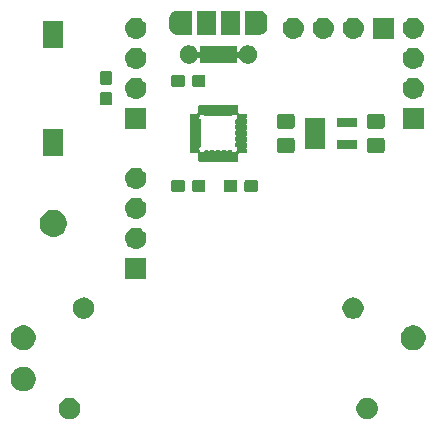
<source format=gbr>
G04 #@! TF.GenerationSoftware,KiCad,Pcbnew,5.1.2-f72e74a~84~ubuntu16.04.1*
G04 #@! TF.CreationDate,2019-07-14T12:51:28-04:00*
G04 #@! TF.ProjectId,radiance_controller,72616469-616e-4636-955f-636f6e74726f,rev?*
G04 #@! TF.SameCoordinates,Original*
G04 #@! TF.FileFunction,Soldermask,Bot*
G04 #@! TF.FilePolarity,Negative*
%FSLAX46Y46*%
G04 Gerber Fmt 4.6, Leading zero omitted, Abs format (unit mm)*
G04 Created by KiCad (PCBNEW 5.1.2-f72e74a~84~ubuntu16.04.1) date 2019-07-14 12:51:28*
%MOMM*%
%LPD*%
G04 APERTURE LIST*
%ADD10C,0.100000*%
G04 APERTURE END LIST*
D10*
G36*
X81293512Y-83998927D02*
G01*
X81442812Y-84028624D01*
X81606784Y-84096544D01*
X81754354Y-84195147D01*
X81879853Y-84320646D01*
X81978456Y-84468216D01*
X82046376Y-84632188D01*
X82081000Y-84806259D01*
X82081000Y-84983741D01*
X82046376Y-85157812D01*
X81978456Y-85321784D01*
X81879853Y-85469354D01*
X81754354Y-85594853D01*
X81606784Y-85693456D01*
X81442812Y-85761376D01*
X81293512Y-85791073D01*
X81268742Y-85796000D01*
X81091258Y-85796000D01*
X81066488Y-85791073D01*
X80917188Y-85761376D01*
X80753216Y-85693456D01*
X80605646Y-85594853D01*
X80480147Y-85469354D01*
X80381544Y-85321784D01*
X80313624Y-85157812D01*
X80279000Y-84983741D01*
X80279000Y-84806259D01*
X80313624Y-84632188D01*
X80381544Y-84468216D01*
X80480147Y-84320646D01*
X80605646Y-84195147D01*
X80753216Y-84096544D01*
X80917188Y-84028624D01*
X81066488Y-83998927D01*
X81091258Y-83994000D01*
X81268742Y-83994000D01*
X81293512Y-83998927D01*
X81293512Y-83998927D01*
G37*
G36*
X56093512Y-83998927D02*
G01*
X56242812Y-84028624D01*
X56406784Y-84096544D01*
X56554354Y-84195147D01*
X56679853Y-84320646D01*
X56778456Y-84468216D01*
X56846376Y-84632188D01*
X56881000Y-84806259D01*
X56881000Y-84983741D01*
X56846376Y-85157812D01*
X56778456Y-85321784D01*
X56679853Y-85469354D01*
X56554354Y-85594853D01*
X56406784Y-85693456D01*
X56242812Y-85761376D01*
X56093512Y-85791073D01*
X56068742Y-85796000D01*
X55891258Y-85796000D01*
X55866488Y-85791073D01*
X55717188Y-85761376D01*
X55553216Y-85693456D01*
X55405646Y-85594853D01*
X55280147Y-85469354D01*
X55181544Y-85321784D01*
X55113624Y-85157812D01*
X55079000Y-84983741D01*
X55079000Y-84806259D01*
X55113624Y-84632188D01*
X55181544Y-84468216D01*
X55280147Y-84320646D01*
X55405646Y-84195147D01*
X55553216Y-84096544D01*
X55717188Y-84028624D01*
X55866488Y-83998927D01*
X55891258Y-83994000D01*
X56068742Y-83994000D01*
X56093512Y-83998927D01*
X56093512Y-83998927D01*
G37*
G36*
X52386564Y-81384389D02*
G01*
X52577833Y-81463615D01*
X52577835Y-81463616D01*
X52749973Y-81578635D01*
X52896365Y-81725027D01*
X53011385Y-81897167D01*
X53090611Y-82088436D01*
X53131000Y-82291484D01*
X53131000Y-82498516D01*
X53090611Y-82701564D01*
X53011385Y-82892833D01*
X53011384Y-82892835D01*
X52896365Y-83064973D01*
X52749973Y-83211365D01*
X52577835Y-83326384D01*
X52577834Y-83326385D01*
X52577833Y-83326385D01*
X52386564Y-83405611D01*
X52183516Y-83446000D01*
X51976484Y-83446000D01*
X51773436Y-83405611D01*
X51582167Y-83326385D01*
X51582166Y-83326385D01*
X51582165Y-83326384D01*
X51410027Y-83211365D01*
X51263635Y-83064973D01*
X51148616Y-82892835D01*
X51148615Y-82892833D01*
X51069389Y-82701564D01*
X51029000Y-82498516D01*
X51029000Y-82291484D01*
X51069389Y-82088436D01*
X51148615Y-81897167D01*
X51263635Y-81725027D01*
X51410027Y-81578635D01*
X51582165Y-81463616D01*
X51582167Y-81463615D01*
X51773436Y-81384389D01*
X51976484Y-81344000D01*
X52183516Y-81344000D01*
X52386564Y-81384389D01*
X52386564Y-81384389D01*
G37*
G36*
X52386564Y-77884389D02*
G01*
X52577833Y-77963615D01*
X52577835Y-77963616D01*
X52749973Y-78078635D01*
X52896365Y-78225027D01*
X53011385Y-78397167D01*
X53090611Y-78588436D01*
X53131000Y-78791484D01*
X53131000Y-78998516D01*
X53090611Y-79201564D01*
X53011385Y-79392833D01*
X53011384Y-79392835D01*
X52896365Y-79564973D01*
X52749973Y-79711365D01*
X52577835Y-79826384D01*
X52577834Y-79826385D01*
X52577833Y-79826385D01*
X52386564Y-79905611D01*
X52183516Y-79946000D01*
X51976484Y-79946000D01*
X51773436Y-79905611D01*
X51582167Y-79826385D01*
X51582166Y-79826385D01*
X51582165Y-79826384D01*
X51410027Y-79711365D01*
X51263635Y-79564973D01*
X51148616Y-79392835D01*
X51148615Y-79392833D01*
X51069389Y-79201564D01*
X51029000Y-78998516D01*
X51029000Y-78791484D01*
X51069389Y-78588436D01*
X51148615Y-78397167D01*
X51263635Y-78225027D01*
X51410027Y-78078635D01*
X51582165Y-77963616D01*
X51582167Y-77963615D01*
X51773436Y-77884389D01*
X51976484Y-77844000D01*
X52183516Y-77844000D01*
X52386564Y-77884389D01*
X52386564Y-77884389D01*
G37*
G36*
X85386564Y-77884389D02*
G01*
X85577833Y-77963615D01*
X85577835Y-77963616D01*
X85749973Y-78078635D01*
X85896365Y-78225027D01*
X86011385Y-78397167D01*
X86090611Y-78588436D01*
X86131000Y-78791484D01*
X86131000Y-78998516D01*
X86090611Y-79201564D01*
X86011385Y-79392833D01*
X86011384Y-79392835D01*
X85896365Y-79564973D01*
X85749973Y-79711365D01*
X85577835Y-79826384D01*
X85577834Y-79826385D01*
X85577833Y-79826385D01*
X85386564Y-79905611D01*
X85183516Y-79946000D01*
X84976484Y-79946000D01*
X84773436Y-79905611D01*
X84582167Y-79826385D01*
X84582166Y-79826385D01*
X84582165Y-79826384D01*
X84410027Y-79711365D01*
X84263635Y-79564973D01*
X84148616Y-79392835D01*
X84148615Y-79392833D01*
X84069389Y-79201564D01*
X84029000Y-78998516D01*
X84029000Y-78791484D01*
X84069389Y-78588436D01*
X84148615Y-78397167D01*
X84263635Y-78225027D01*
X84410027Y-78078635D01*
X84582165Y-77963616D01*
X84582167Y-77963615D01*
X84773436Y-77884389D01*
X84976484Y-77844000D01*
X85183516Y-77844000D01*
X85386564Y-77884389D01*
X85386564Y-77884389D01*
G37*
G36*
X57293512Y-75498927D02*
G01*
X57442812Y-75528624D01*
X57606784Y-75596544D01*
X57754354Y-75695147D01*
X57879853Y-75820646D01*
X57978456Y-75968216D01*
X58046376Y-76132188D01*
X58081000Y-76306259D01*
X58081000Y-76483741D01*
X58046376Y-76657812D01*
X57978456Y-76821784D01*
X57879853Y-76969354D01*
X57754354Y-77094853D01*
X57606784Y-77193456D01*
X57442812Y-77261376D01*
X57293512Y-77291073D01*
X57268742Y-77296000D01*
X57091258Y-77296000D01*
X57066488Y-77291073D01*
X56917188Y-77261376D01*
X56753216Y-77193456D01*
X56605646Y-77094853D01*
X56480147Y-76969354D01*
X56381544Y-76821784D01*
X56313624Y-76657812D01*
X56279000Y-76483741D01*
X56279000Y-76306259D01*
X56313624Y-76132188D01*
X56381544Y-75968216D01*
X56480147Y-75820646D01*
X56605646Y-75695147D01*
X56753216Y-75596544D01*
X56917188Y-75528624D01*
X57066488Y-75498927D01*
X57091258Y-75494000D01*
X57268742Y-75494000D01*
X57293512Y-75498927D01*
X57293512Y-75498927D01*
G37*
G36*
X80093512Y-75498927D02*
G01*
X80242812Y-75528624D01*
X80406784Y-75596544D01*
X80554354Y-75695147D01*
X80679853Y-75820646D01*
X80778456Y-75968216D01*
X80846376Y-76132188D01*
X80881000Y-76306259D01*
X80881000Y-76483741D01*
X80846376Y-76657812D01*
X80778456Y-76821784D01*
X80679853Y-76969354D01*
X80554354Y-77094853D01*
X80406784Y-77193456D01*
X80242812Y-77261376D01*
X80093512Y-77291073D01*
X80068742Y-77296000D01*
X79891258Y-77296000D01*
X79866488Y-77291073D01*
X79717188Y-77261376D01*
X79553216Y-77193456D01*
X79405646Y-77094853D01*
X79280147Y-76969354D01*
X79181544Y-76821784D01*
X79113624Y-76657812D01*
X79079000Y-76483741D01*
X79079000Y-76306259D01*
X79113624Y-76132188D01*
X79181544Y-75968216D01*
X79280147Y-75820646D01*
X79405646Y-75695147D01*
X79553216Y-75596544D01*
X79717188Y-75528624D01*
X79866488Y-75498927D01*
X79891258Y-75494000D01*
X80068742Y-75494000D01*
X80093512Y-75498927D01*
X80093512Y-75498927D01*
G37*
G36*
X62496000Y-73926000D02*
G01*
X60694000Y-73926000D01*
X60694000Y-72124000D01*
X62496000Y-72124000D01*
X62496000Y-73926000D01*
X62496000Y-73926000D01*
G37*
G36*
X61705442Y-69590518D02*
G01*
X61771627Y-69597037D01*
X61941466Y-69648557D01*
X62097991Y-69732222D01*
X62132083Y-69760201D01*
X62235186Y-69844814D01*
X62318448Y-69946271D01*
X62347778Y-69982009D01*
X62431443Y-70138534D01*
X62482963Y-70308373D01*
X62500359Y-70485000D01*
X62482963Y-70661627D01*
X62431443Y-70831466D01*
X62347778Y-70987991D01*
X62318448Y-71023729D01*
X62235186Y-71125186D01*
X62133729Y-71208448D01*
X62097991Y-71237778D01*
X61941466Y-71321443D01*
X61771627Y-71372963D01*
X61705442Y-71379482D01*
X61639260Y-71386000D01*
X61550740Y-71386000D01*
X61484558Y-71379482D01*
X61418373Y-71372963D01*
X61248534Y-71321443D01*
X61092009Y-71237778D01*
X61056271Y-71208448D01*
X60954814Y-71125186D01*
X60871552Y-71023729D01*
X60842222Y-70987991D01*
X60758557Y-70831466D01*
X60707037Y-70661627D01*
X60689641Y-70485000D01*
X60707037Y-70308373D01*
X60758557Y-70138534D01*
X60842222Y-69982009D01*
X60871552Y-69946271D01*
X60954814Y-69844814D01*
X61057917Y-69760201D01*
X61092009Y-69732222D01*
X61248534Y-69648557D01*
X61418373Y-69597037D01*
X61484558Y-69590518D01*
X61550740Y-69584000D01*
X61639260Y-69584000D01*
X61705442Y-69590518D01*
X61705442Y-69590518D01*
G37*
G36*
X54834549Y-68086116D02*
G01*
X54945734Y-68108232D01*
X55155203Y-68194997D01*
X55343720Y-68320960D01*
X55504040Y-68481280D01*
X55630003Y-68669797D01*
X55716768Y-68879266D01*
X55761000Y-69101636D01*
X55761000Y-69328364D01*
X55716768Y-69550734D01*
X55630003Y-69760203D01*
X55504040Y-69948720D01*
X55343720Y-70109040D01*
X55155203Y-70235003D01*
X54945734Y-70321768D01*
X54834549Y-70343884D01*
X54723365Y-70366000D01*
X54496635Y-70366000D01*
X54385451Y-70343884D01*
X54274266Y-70321768D01*
X54064797Y-70235003D01*
X53876280Y-70109040D01*
X53715960Y-69948720D01*
X53589997Y-69760203D01*
X53503232Y-69550734D01*
X53459000Y-69328364D01*
X53459000Y-69101636D01*
X53503232Y-68879266D01*
X53589997Y-68669797D01*
X53715960Y-68481280D01*
X53876280Y-68320960D01*
X54064797Y-68194997D01*
X54274266Y-68108232D01*
X54385451Y-68086116D01*
X54496635Y-68064000D01*
X54723365Y-68064000D01*
X54834549Y-68086116D01*
X54834549Y-68086116D01*
G37*
G36*
X61705443Y-67050519D02*
G01*
X61771627Y-67057037D01*
X61941466Y-67108557D01*
X62097991Y-67192222D01*
X62133729Y-67221552D01*
X62235186Y-67304814D01*
X62318448Y-67406271D01*
X62347778Y-67442009D01*
X62431443Y-67598534D01*
X62482963Y-67768373D01*
X62500359Y-67945000D01*
X62482963Y-68121627D01*
X62431443Y-68291466D01*
X62347778Y-68447991D01*
X62320458Y-68481280D01*
X62235186Y-68585186D01*
X62133729Y-68668448D01*
X62097991Y-68697778D01*
X61941466Y-68781443D01*
X61771627Y-68832963D01*
X61705443Y-68839481D01*
X61639260Y-68846000D01*
X61550740Y-68846000D01*
X61484557Y-68839481D01*
X61418373Y-68832963D01*
X61248534Y-68781443D01*
X61092009Y-68697778D01*
X61056271Y-68668448D01*
X60954814Y-68585186D01*
X60869542Y-68481280D01*
X60842222Y-68447991D01*
X60758557Y-68291466D01*
X60707037Y-68121627D01*
X60689641Y-67945000D01*
X60707037Y-67768373D01*
X60758557Y-67598534D01*
X60842222Y-67442009D01*
X60871552Y-67406271D01*
X60954814Y-67304814D01*
X61056271Y-67221552D01*
X61092009Y-67192222D01*
X61248534Y-67108557D01*
X61418373Y-67057037D01*
X61484557Y-67050519D01*
X61550740Y-67044000D01*
X61639260Y-67044000D01*
X61705443Y-67050519D01*
X61705443Y-67050519D01*
G37*
G36*
X65579499Y-65518445D02*
G01*
X65616995Y-65529820D01*
X65651554Y-65548292D01*
X65681847Y-65573153D01*
X65706708Y-65603446D01*
X65725180Y-65638005D01*
X65736555Y-65675501D01*
X65741000Y-65720638D01*
X65741000Y-66359362D01*
X65736555Y-66404499D01*
X65725180Y-66441995D01*
X65706708Y-66476554D01*
X65681847Y-66506847D01*
X65651554Y-66531708D01*
X65616995Y-66550180D01*
X65579499Y-66561555D01*
X65534362Y-66566000D01*
X64795638Y-66566000D01*
X64750501Y-66561555D01*
X64713005Y-66550180D01*
X64678446Y-66531708D01*
X64648153Y-66506847D01*
X64623292Y-66476554D01*
X64604820Y-66441995D01*
X64593445Y-66404499D01*
X64589000Y-66359362D01*
X64589000Y-65720638D01*
X64593445Y-65675501D01*
X64604820Y-65638005D01*
X64623292Y-65603446D01*
X64648153Y-65573153D01*
X64678446Y-65548292D01*
X64713005Y-65529820D01*
X64750501Y-65518445D01*
X64795638Y-65514000D01*
X65534362Y-65514000D01*
X65579499Y-65518445D01*
X65579499Y-65518445D01*
G37*
G36*
X70024499Y-65518445D02*
G01*
X70061995Y-65529820D01*
X70096554Y-65548292D01*
X70126847Y-65573153D01*
X70151708Y-65603446D01*
X70170180Y-65638005D01*
X70181555Y-65675501D01*
X70186000Y-65720638D01*
X70186000Y-66359362D01*
X70181555Y-66404499D01*
X70170180Y-66441995D01*
X70151708Y-66476554D01*
X70126847Y-66506847D01*
X70096554Y-66531708D01*
X70061995Y-66550180D01*
X70024499Y-66561555D01*
X69979362Y-66566000D01*
X69240638Y-66566000D01*
X69195501Y-66561555D01*
X69158005Y-66550180D01*
X69123446Y-66531708D01*
X69093153Y-66506847D01*
X69068292Y-66476554D01*
X69049820Y-66441995D01*
X69038445Y-66404499D01*
X69034000Y-66359362D01*
X69034000Y-65720638D01*
X69038445Y-65675501D01*
X69049820Y-65638005D01*
X69068292Y-65603446D01*
X69093153Y-65573153D01*
X69123446Y-65548292D01*
X69158005Y-65529820D01*
X69195501Y-65518445D01*
X69240638Y-65514000D01*
X69979362Y-65514000D01*
X70024499Y-65518445D01*
X70024499Y-65518445D01*
G37*
G36*
X71774499Y-65518445D02*
G01*
X71811995Y-65529820D01*
X71846554Y-65548292D01*
X71876847Y-65573153D01*
X71901708Y-65603446D01*
X71920180Y-65638005D01*
X71931555Y-65675501D01*
X71936000Y-65720638D01*
X71936000Y-66359362D01*
X71931555Y-66404499D01*
X71920180Y-66441995D01*
X71901708Y-66476554D01*
X71876847Y-66506847D01*
X71846554Y-66531708D01*
X71811995Y-66550180D01*
X71774499Y-66561555D01*
X71729362Y-66566000D01*
X70990638Y-66566000D01*
X70945501Y-66561555D01*
X70908005Y-66550180D01*
X70873446Y-66531708D01*
X70843153Y-66506847D01*
X70818292Y-66476554D01*
X70799820Y-66441995D01*
X70788445Y-66404499D01*
X70784000Y-66359362D01*
X70784000Y-65720638D01*
X70788445Y-65675501D01*
X70799820Y-65638005D01*
X70818292Y-65603446D01*
X70843153Y-65573153D01*
X70873446Y-65548292D01*
X70908005Y-65529820D01*
X70945501Y-65518445D01*
X70990638Y-65514000D01*
X71729362Y-65514000D01*
X71774499Y-65518445D01*
X71774499Y-65518445D01*
G37*
G36*
X67329499Y-65518445D02*
G01*
X67366995Y-65529820D01*
X67401554Y-65548292D01*
X67431847Y-65573153D01*
X67456708Y-65603446D01*
X67475180Y-65638005D01*
X67486555Y-65675501D01*
X67491000Y-65720638D01*
X67491000Y-66359362D01*
X67486555Y-66404499D01*
X67475180Y-66441995D01*
X67456708Y-66476554D01*
X67431847Y-66506847D01*
X67401554Y-66531708D01*
X67366995Y-66550180D01*
X67329499Y-66561555D01*
X67284362Y-66566000D01*
X66545638Y-66566000D01*
X66500501Y-66561555D01*
X66463005Y-66550180D01*
X66428446Y-66531708D01*
X66398153Y-66506847D01*
X66373292Y-66476554D01*
X66354820Y-66441995D01*
X66343445Y-66404499D01*
X66339000Y-66359362D01*
X66339000Y-65720638D01*
X66343445Y-65675501D01*
X66354820Y-65638005D01*
X66373292Y-65603446D01*
X66398153Y-65573153D01*
X66428446Y-65548292D01*
X66463005Y-65529820D01*
X66500501Y-65518445D01*
X66545638Y-65514000D01*
X67284362Y-65514000D01*
X67329499Y-65518445D01*
X67329499Y-65518445D01*
G37*
G36*
X61705442Y-64510518D02*
G01*
X61771627Y-64517037D01*
X61941466Y-64568557D01*
X62097991Y-64652222D01*
X62133729Y-64681552D01*
X62235186Y-64764814D01*
X62318448Y-64866271D01*
X62347778Y-64902009D01*
X62431443Y-65058534D01*
X62482963Y-65228373D01*
X62500359Y-65405000D01*
X62482963Y-65581627D01*
X62431443Y-65751466D01*
X62347778Y-65907991D01*
X62318448Y-65943729D01*
X62235186Y-66045186D01*
X62133729Y-66128448D01*
X62097991Y-66157778D01*
X61941466Y-66241443D01*
X61771627Y-66292963D01*
X61705443Y-66299481D01*
X61639260Y-66306000D01*
X61550740Y-66306000D01*
X61484557Y-66299481D01*
X61418373Y-66292963D01*
X61248534Y-66241443D01*
X61092009Y-66157778D01*
X61056271Y-66128448D01*
X60954814Y-66045186D01*
X60871552Y-65943729D01*
X60842222Y-65907991D01*
X60758557Y-65751466D01*
X60707037Y-65581627D01*
X60689641Y-65405000D01*
X60707037Y-65228373D01*
X60758557Y-65058534D01*
X60842222Y-64902009D01*
X60871552Y-64866271D01*
X60954814Y-64764814D01*
X61056271Y-64681552D01*
X61092009Y-64652222D01*
X61248534Y-64568557D01*
X61418373Y-64517037D01*
X61484558Y-64510518D01*
X61550740Y-64504000D01*
X61639260Y-64504000D01*
X61705442Y-64510518D01*
X61705442Y-64510518D01*
G37*
G36*
X67167880Y-59168686D02*
G01*
X67187994Y-59172686D01*
X67192085Y-59174381D01*
X67192093Y-59174383D01*
X67201381Y-59178230D01*
X67201390Y-59178235D01*
X67205480Y-59179929D01*
X67221192Y-59190427D01*
X67222316Y-59191551D01*
X67241258Y-59207096D01*
X67262869Y-59218647D01*
X67286318Y-59225760D01*
X67310704Y-59228162D01*
X67335090Y-59225760D01*
X67358539Y-59218647D01*
X67380150Y-59207096D01*
X67399092Y-59191551D01*
X67407331Y-59182460D01*
X67411897Y-59176896D01*
X67415669Y-59173800D01*
X67419971Y-59171501D01*
X67424645Y-59170083D01*
X67435641Y-59169000D01*
X67724359Y-59169000D01*
X67735355Y-59170083D01*
X67740029Y-59171501D01*
X67744330Y-59173800D01*
X67750702Y-59179029D01*
X67771076Y-59192643D01*
X67793715Y-59202020D01*
X67817749Y-59206800D01*
X67842253Y-59206800D01*
X67866286Y-59202019D01*
X67888925Y-59192642D01*
X67909298Y-59179029D01*
X67915670Y-59173800D01*
X67919971Y-59171501D01*
X67924645Y-59170083D01*
X67935641Y-59169000D01*
X68224359Y-59169000D01*
X68235355Y-59170083D01*
X68240029Y-59171501D01*
X68244330Y-59173800D01*
X68250702Y-59179029D01*
X68271076Y-59192643D01*
X68293715Y-59202020D01*
X68317749Y-59206800D01*
X68342253Y-59206800D01*
X68366286Y-59202019D01*
X68388925Y-59192642D01*
X68409298Y-59179029D01*
X68415670Y-59173800D01*
X68419971Y-59171501D01*
X68424645Y-59170083D01*
X68435641Y-59169000D01*
X68724359Y-59169000D01*
X68735355Y-59170083D01*
X68740029Y-59171501D01*
X68744330Y-59173800D01*
X68750702Y-59179029D01*
X68771076Y-59192643D01*
X68793715Y-59202020D01*
X68817749Y-59206800D01*
X68842253Y-59206800D01*
X68866286Y-59202019D01*
X68888925Y-59192642D01*
X68909298Y-59179029D01*
X68915670Y-59173800D01*
X68919971Y-59171501D01*
X68924645Y-59170083D01*
X68935641Y-59169000D01*
X69224359Y-59169000D01*
X69235355Y-59170083D01*
X69240029Y-59171501D01*
X69244330Y-59173800D01*
X69250702Y-59179029D01*
X69271076Y-59192643D01*
X69293715Y-59202020D01*
X69317749Y-59206800D01*
X69342253Y-59206800D01*
X69366286Y-59202019D01*
X69388925Y-59192642D01*
X69409298Y-59179029D01*
X69415670Y-59173800D01*
X69419971Y-59171501D01*
X69424645Y-59170083D01*
X69435641Y-59169000D01*
X69724359Y-59169000D01*
X69735355Y-59170083D01*
X69740029Y-59171501D01*
X69744331Y-59173800D01*
X69748103Y-59176896D01*
X69752669Y-59182460D01*
X69769996Y-59199787D01*
X69790370Y-59213401D01*
X69813008Y-59222779D01*
X69837042Y-59227560D01*
X69861546Y-59227560D01*
X69885579Y-59222780D01*
X69908218Y-59213403D01*
X69928593Y-59199790D01*
X69937684Y-59191551D01*
X69938808Y-59190427D01*
X69954520Y-59179929D01*
X69958610Y-59178235D01*
X69958619Y-59178230D01*
X69967907Y-59174383D01*
X69967915Y-59174381D01*
X69972006Y-59172686D01*
X69992120Y-59168686D01*
X70003061Y-59168148D01*
X70156939Y-59168148D01*
X70167880Y-59168686D01*
X70187994Y-59172686D01*
X70192085Y-59174381D01*
X70192093Y-59174383D01*
X70201381Y-59178230D01*
X70201390Y-59178235D01*
X70205480Y-59179929D01*
X70221192Y-59190427D01*
X70234573Y-59203808D01*
X70245071Y-59219520D01*
X70246765Y-59223610D01*
X70246770Y-59223619D01*
X70250617Y-59232907D01*
X70250619Y-59232915D01*
X70252314Y-59237006D01*
X70256314Y-59257120D01*
X70256852Y-59268061D01*
X70256852Y-59793149D01*
X70259254Y-59817535D01*
X70266367Y-59840984D01*
X70277918Y-59862595D01*
X70293463Y-59881537D01*
X70312405Y-59897082D01*
X70334016Y-59908633D01*
X70357465Y-59915746D01*
X70381851Y-59918148D01*
X70906939Y-59918148D01*
X70917880Y-59918686D01*
X70937994Y-59922686D01*
X70942085Y-59924381D01*
X70942093Y-59924383D01*
X70951381Y-59928230D01*
X70951390Y-59928235D01*
X70955480Y-59929929D01*
X70971192Y-59940427D01*
X70984573Y-59953808D01*
X70995071Y-59969520D01*
X70996765Y-59973610D01*
X70996770Y-59973619D01*
X71000617Y-59982907D01*
X71000619Y-59982915D01*
X71002314Y-59987006D01*
X71006314Y-60007120D01*
X71006852Y-60018061D01*
X71006852Y-60171939D01*
X71006314Y-60182880D01*
X71002314Y-60202994D01*
X71000619Y-60207085D01*
X71000617Y-60207093D01*
X70996770Y-60216381D01*
X70996765Y-60216390D01*
X70995071Y-60220480D01*
X70984573Y-60236192D01*
X70983449Y-60237316D01*
X70967904Y-60256258D01*
X70956353Y-60277869D01*
X70949240Y-60301318D01*
X70946838Y-60325704D01*
X70949240Y-60350090D01*
X70956353Y-60373539D01*
X70967904Y-60395150D01*
X70983449Y-60414092D01*
X70992540Y-60422331D01*
X70998104Y-60426897D01*
X71001200Y-60430669D01*
X71003499Y-60434971D01*
X71004917Y-60439645D01*
X71006000Y-60450641D01*
X71006000Y-60739359D01*
X71004917Y-60750355D01*
X71003499Y-60755029D01*
X71001200Y-60759330D01*
X70995971Y-60765702D01*
X70982357Y-60786076D01*
X70972980Y-60808715D01*
X70968200Y-60832749D01*
X70968200Y-60857253D01*
X70972981Y-60881286D01*
X70982358Y-60903925D01*
X70995971Y-60924298D01*
X71001200Y-60930670D01*
X71003499Y-60934971D01*
X71004917Y-60939645D01*
X71006000Y-60950641D01*
X71006000Y-61239359D01*
X71004917Y-61250355D01*
X71003499Y-61255029D01*
X71001200Y-61259330D01*
X70995971Y-61265702D01*
X70982357Y-61286076D01*
X70972980Y-61308715D01*
X70968200Y-61332749D01*
X70968200Y-61357253D01*
X70972981Y-61381286D01*
X70982358Y-61403925D01*
X70995971Y-61424298D01*
X71001200Y-61430670D01*
X71003499Y-61434971D01*
X71004917Y-61439645D01*
X71006000Y-61450641D01*
X71006000Y-61739359D01*
X71004917Y-61750355D01*
X71003499Y-61755029D01*
X71001200Y-61759330D01*
X70995971Y-61765702D01*
X70982357Y-61786076D01*
X70972980Y-61808715D01*
X70968200Y-61832749D01*
X70968200Y-61857253D01*
X70972981Y-61881286D01*
X70982358Y-61903925D01*
X70995971Y-61924298D01*
X71001200Y-61930670D01*
X71003499Y-61934971D01*
X71004917Y-61939645D01*
X71006000Y-61950641D01*
X71006000Y-62239359D01*
X71004917Y-62250355D01*
X71003499Y-62255029D01*
X71001200Y-62259330D01*
X70995971Y-62265702D01*
X70982357Y-62286076D01*
X70972980Y-62308715D01*
X70968200Y-62332749D01*
X70968200Y-62357253D01*
X70972981Y-62381286D01*
X70982358Y-62403925D01*
X70995971Y-62424298D01*
X71001200Y-62430670D01*
X71003499Y-62434971D01*
X71004917Y-62439645D01*
X71006000Y-62450641D01*
X71006000Y-62739359D01*
X71004917Y-62750355D01*
X71003499Y-62755029D01*
X71001200Y-62759331D01*
X70998104Y-62763103D01*
X70992540Y-62767669D01*
X70975213Y-62784996D01*
X70961599Y-62805370D01*
X70952221Y-62828008D01*
X70947440Y-62852042D01*
X70947440Y-62876546D01*
X70952220Y-62900579D01*
X70961597Y-62923218D01*
X70975210Y-62943593D01*
X70983449Y-62952684D01*
X70984573Y-62953808D01*
X70995071Y-62969520D01*
X70996765Y-62973610D01*
X70996770Y-62973619D01*
X71000617Y-62982907D01*
X71000619Y-62982915D01*
X71002314Y-62987006D01*
X71006314Y-63007120D01*
X71006852Y-63018061D01*
X71006852Y-63171939D01*
X71006314Y-63182880D01*
X71002314Y-63202994D01*
X71000619Y-63207085D01*
X71000617Y-63207093D01*
X70996770Y-63216381D01*
X70996765Y-63216390D01*
X70995071Y-63220480D01*
X70984573Y-63236192D01*
X70971192Y-63249573D01*
X70955480Y-63260071D01*
X70951390Y-63261765D01*
X70951381Y-63261770D01*
X70942093Y-63265617D01*
X70942085Y-63265619D01*
X70937994Y-63267314D01*
X70917880Y-63271314D01*
X70906939Y-63271852D01*
X70381851Y-63271852D01*
X70357465Y-63274254D01*
X70334016Y-63281367D01*
X70312405Y-63292918D01*
X70293463Y-63308463D01*
X70277918Y-63327405D01*
X70266367Y-63349016D01*
X70259254Y-63372465D01*
X70256852Y-63396851D01*
X70256852Y-63921939D01*
X70256314Y-63932880D01*
X70252314Y-63952994D01*
X70250619Y-63957085D01*
X70250617Y-63957093D01*
X70246770Y-63966381D01*
X70246765Y-63966390D01*
X70245071Y-63970480D01*
X70234573Y-63986192D01*
X70221192Y-63999573D01*
X70205480Y-64010071D01*
X70201390Y-64011765D01*
X70201381Y-64011770D01*
X70192093Y-64015617D01*
X70192085Y-64015619D01*
X70187994Y-64017314D01*
X70167880Y-64021314D01*
X70156939Y-64021852D01*
X70003061Y-64021852D01*
X69992120Y-64021314D01*
X69972006Y-64017314D01*
X69967915Y-64015619D01*
X69967907Y-64015617D01*
X69958619Y-64011770D01*
X69958610Y-64011765D01*
X69954520Y-64010071D01*
X69938808Y-63999573D01*
X69937684Y-63998449D01*
X69918742Y-63982904D01*
X69897131Y-63971353D01*
X69873682Y-63964240D01*
X69849296Y-63961838D01*
X69824910Y-63964240D01*
X69801461Y-63971353D01*
X69779850Y-63982904D01*
X69760908Y-63998449D01*
X69752669Y-64007540D01*
X69748103Y-64013104D01*
X69744331Y-64016200D01*
X69740029Y-64018499D01*
X69735355Y-64019917D01*
X69724359Y-64021000D01*
X69435641Y-64021000D01*
X69424645Y-64019917D01*
X69419971Y-64018499D01*
X69415670Y-64016200D01*
X69409298Y-64010971D01*
X69388924Y-63997357D01*
X69366285Y-63987980D01*
X69342251Y-63983200D01*
X69317747Y-63983200D01*
X69293714Y-63987981D01*
X69271075Y-63997358D01*
X69250702Y-64010971D01*
X69244330Y-64016200D01*
X69240029Y-64018499D01*
X69235355Y-64019917D01*
X69224359Y-64021000D01*
X68935641Y-64021000D01*
X68924645Y-64019917D01*
X68919971Y-64018499D01*
X68915670Y-64016200D01*
X68909298Y-64010971D01*
X68888924Y-63997357D01*
X68866285Y-63987980D01*
X68842251Y-63983200D01*
X68817747Y-63983200D01*
X68793714Y-63987981D01*
X68771075Y-63997358D01*
X68750702Y-64010971D01*
X68744330Y-64016200D01*
X68740029Y-64018499D01*
X68735355Y-64019917D01*
X68724359Y-64021000D01*
X68435641Y-64021000D01*
X68424645Y-64019917D01*
X68419971Y-64018499D01*
X68415670Y-64016200D01*
X68409298Y-64010971D01*
X68388924Y-63997357D01*
X68366285Y-63987980D01*
X68342251Y-63983200D01*
X68317747Y-63983200D01*
X68293714Y-63987981D01*
X68271075Y-63997358D01*
X68250702Y-64010971D01*
X68244330Y-64016200D01*
X68240029Y-64018499D01*
X68235355Y-64019917D01*
X68224359Y-64021000D01*
X67935641Y-64021000D01*
X67924645Y-64019917D01*
X67919971Y-64018499D01*
X67915670Y-64016200D01*
X67909298Y-64010971D01*
X67888924Y-63997357D01*
X67866285Y-63987980D01*
X67842251Y-63983200D01*
X67817747Y-63983200D01*
X67793714Y-63987981D01*
X67771075Y-63997358D01*
X67750702Y-64010971D01*
X67744330Y-64016200D01*
X67740029Y-64018499D01*
X67735355Y-64019917D01*
X67724359Y-64021000D01*
X67435641Y-64021000D01*
X67424645Y-64019917D01*
X67419971Y-64018499D01*
X67415669Y-64016200D01*
X67411897Y-64013104D01*
X67407331Y-64007540D01*
X67390004Y-63990213D01*
X67369630Y-63976599D01*
X67346992Y-63967221D01*
X67322958Y-63962440D01*
X67298454Y-63962440D01*
X67274421Y-63967220D01*
X67251782Y-63976597D01*
X67231407Y-63990210D01*
X67222316Y-63998449D01*
X67221192Y-63999573D01*
X67205480Y-64010071D01*
X67201390Y-64011765D01*
X67201381Y-64011770D01*
X67192093Y-64015617D01*
X67192085Y-64015619D01*
X67187994Y-64017314D01*
X67167880Y-64021314D01*
X67156939Y-64021852D01*
X67003061Y-64021852D01*
X66992120Y-64021314D01*
X66972006Y-64017314D01*
X66967915Y-64015619D01*
X66967907Y-64015617D01*
X66958619Y-64011770D01*
X66958610Y-64011765D01*
X66954520Y-64010071D01*
X66938808Y-63999573D01*
X66925427Y-63986192D01*
X66914929Y-63970480D01*
X66913235Y-63966390D01*
X66913230Y-63966381D01*
X66909383Y-63957093D01*
X66909381Y-63957085D01*
X66907686Y-63952994D01*
X66903686Y-63932880D01*
X66903148Y-63921939D01*
X66903148Y-63396851D01*
X66900746Y-63372465D01*
X66893633Y-63349016D01*
X66882082Y-63327405D01*
X66866537Y-63308463D01*
X66847595Y-63292918D01*
X66825984Y-63281367D01*
X66802535Y-63274254D01*
X66778149Y-63271852D01*
X66253061Y-63271852D01*
X66242120Y-63271314D01*
X66222006Y-63267314D01*
X66217915Y-63265619D01*
X66217907Y-63265617D01*
X66208619Y-63261770D01*
X66208610Y-63261765D01*
X66204520Y-63260071D01*
X66188808Y-63249573D01*
X66175427Y-63236192D01*
X66164929Y-63220480D01*
X66163235Y-63216390D01*
X66163230Y-63216381D01*
X66159383Y-63207093D01*
X66159381Y-63207085D01*
X66157686Y-63202994D01*
X66153686Y-63182880D01*
X66153148Y-63171939D01*
X66153148Y-63018061D01*
X66153686Y-63007120D01*
X66157686Y-62987006D01*
X66159381Y-62982915D01*
X66159383Y-62982907D01*
X66163230Y-62973619D01*
X66163235Y-62973610D01*
X66164929Y-62969520D01*
X66175427Y-62953808D01*
X66176551Y-62952684D01*
X66192096Y-62933742D01*
X66203647Y-62912131D01*
X66210760Y-62888682D01*
X66213162Y-62864296D01*
X66210760Y-62839910D01*
X66203647Y-62816461D01*
X66192096Y-62794850D01*
X66176551Y-62775908D01*
X66167460Y-62767669D01*
X66161896Y-62763103D01*
X66158800Y-62759331D01*
X66156501Y-62755029D01*
X66155083Y-62750355D01*
X66154000Y-62739359D01*
X66154000Y-62450641D01*
X66155083Y-62439645D01*
X66156501Y-62434971D01*
X66158800Y-62430670D01*
X66164029Y-62424298D01*
X66177643Y-62403924D01*
X66187020Y-62381285D01*
X66191800Y-62357251D01*
X66191800Y-62332747D01*
X66187019Y-62308714D01*
X66177642Y-62286075D01*
X66164029Y-62265702D01*
X66158800Y-62259330D01*
X66156501Y-62255029D01*
X66155083Y-62250355D01*
X66154000Y-62239359D01*
X66154000Y-61950641D01*
X66155083Y-61939645D01*
X66156501Y-61934971D01*
X66158800Y-61930670D01*
X66164029Y-61924298D01*
X66177643Y-61903924D01*
X66187020Y-61881285D01*
X66191800Y-61857251D01*
X66191800Y-61832747D01*
X66187019Y-61808714D01*
X66177642Y-61786075D01*
X66164029Y-61765702D01*
X66158800Y-61759330D01*
X66156501Y-61755029D01*
X66155083Y-61750355D01*
X66154000Y-61739359D01*
X66154000Y-61450641D01*
X66155083Y-61439645D01*
X66156501Y-61434971D01*
X66158800Y-61430670D01*
X66164029Y-61424298D01*
X66177643Y-61403924D01*
X66187020Y-61381285D01*
X66191800Y-61357251D01*
X66191800Y-61332747D01*
X66187019Y-61308714D01*
X66177642Y-61286075D01*
X66164029Y-61265702D01*
X66158800Y-61259330D01*
X66156501Y-61255029D01*
X66155083Y-61250355D01*
X66154000Y-61239359D01*
X66154000Y-60950641D01*
X66155083Y-60939645D01*
X66156501Y-60934971D01*
X66158800Y-60930670D01*
X66164029Y-60924298D01*
X66177643Y-60903924D01*
X66187020Y-60881285D01*
X66191800Y-60857251D01*
X66191800Y-60832747D01*
X66187019Y-60808714D01*
X66177642Y-60786075D01*
X66164029Y-60765702D01*
X66158800Y-60759330D01*
X66156501Y-60755029D01*
X66155083Y-60750355D01*
X66154000Y-60739359D01*
X66154000Y-60450641D01*
X66155083Y-60439645D01*
X66156501Y-60434971D01*
X66158800Y-60430669D01*
X66161896Y-60426897D01*
X66167460Y-60422331D01*
X66184787Y-60405004D01*
X66198401Y-60384630D01*
X66207779Y-60361992D01*
X66212560Y-60337958D01*
X66212560Y-60313454D01*
X66208692Y-60294004D01*
X66976282Y-60294004D01*
X66978684Y-60318390D01*
X66985798Y-60341839D01*
X66997350Y-60363449D01*
X67012896Y-60382391D01*
X67031838Y-60397936D01*
X67053449Y-60409486D01*
X67076898Y-60416599D01*
X67093265Y-60418211D01*
X67093247Y-60418398D01*
X67110355Y-60420083D01*
X67115029Y-60421501D01*
X67119331Y-60423800D01*
X67123104Y-60426896D01*
X67126200Y-60430669D01*
X67128499Y-60434971D01*
X67129917Y-60439645D01*
X67131000Y-60450641D01*
X67131000Y-60739359D01*
X67129917Y-60750355D01*
X67128499Y-60755029D01*
X67126200Y-60759330D01*
X67120971Y-60765702D01*
X67107357Y-60786076D01*
X67097980Y-60808715D01*
X67093200Y-60832749D01*
X67093200Y-60857253D01*
X67097981Y-60881286D01*
X67107358Y-60903925D01*
X67120971Y-60924298D01*
X67126200Y-60930670D01*
X67128499Y-60934971D01*
X67129917Y-60939645D01*
X67131000Y-60950641D01*
X67131000Y-61239359D01*
X67129917Y-61250355D01*
X67128499Y-61255029D01*
X67126200Y-61259330D01*
X67120971Y-61265702D01*
X67107357Y-61286076D01*
X67097980Y-61308715D01*
X67093200Y-61332749D01*
X67093200Y-61357253D01*
X67097981Y-61381286D01*
X67107358Y-61403925D01*
X67120971Y-61424298D01*
X67126200Y-61430670D01*
X67128499Y-61434971D01*
X67129917Y-61439645D01*
X67131000Y-61450641D01*
X67131000Y-61739359D01*
X67129917Y-61750355D01*
X67128499Y-61755029D01*
X67126200Y-61759330D01*
X67120971Y-61765702D01*
X67107357Y-61786076D01*
X67097980Y-61808715D01*
X67093200Y-61832749D01*
X67093200Y-61857253D01*
X67097981Y-61881286D01*
X67107358Y-61903925D01*
X67120971Y-61924298D01*
X67126200Y-61930670D01*
X67128499Y-61934971D01*
X67129917Y-61939645D01*
X67131000Y-61950641D01*
X67131000Y-62239359D01*
X67129917Y-62250355D01*
X67128499Y-62255029D01*
X67126200Y-62259330D01*
X67120971Y-62265702D01*
X67107357Y-62286076D01*
X67097980Y-62308715D01*
X67093200Y-62332749D01*
X67093200Y-62357253D01*
X67097981Y-62381286D01*
X67107358Y-62403925D01*
X67120971Y-62424298D01*
X67126200Y-62430670D01*
X67128499Y-62434971D01*
X67129917Y-62439645D01*
X67131000Y-62450641D01*
X67131000Y-62739359D01*
X67129917Y-62750355D01*
X67128499Y-62755029D01*
X67126200Y-62759331D01*
X67123104Y-62763104D01*
X67119331Y-62766200D01*
X67115029Y-62768499D01*
X67110355Y-62769917D01*
X67093247Y-62771602D01*
X67093265Y-62771790D01*
X67076895Y-62773402D01*
X67053446Y-62780515D01*
X67031835Y-62792066D01*
X67012893Y-62807611D01*
X66997348Y-62826553D01*
X66985797Y-62848164D01*
X66978684Y-62871613D01*
X66976282Y-62895999D01*
X66978684Y-62920385D01*
X66985797Y-62943834D01*
X66997346Y-62965442D01*
X67000072Y-62969522D01*
X67001766Y-62973611D01*
X67001770Y-62973619D01*
X67005617Y-62982907D01*
X67005619Y-62982915D01*
X67007314Y-62987006D01*
X67011314Y-63007120D01*
X67011852Y-63018061D01*
X67011852Y-63038149D01*
X67014254Y-63062535D01*
X67021367Y-63085984D01*
X67032918Y-63107595D01*
X67048463Y-63126537D01*
X67067405Y-63142082D01*
X67089016Y-63153633D01*
X67112465Y-63160746D01*
X67136851Y-63163148D01*
X67156939Y-63163148D01*
X67167880Y-63163686D01*
X67187994Y-63167686D01*
X67192085Y-63169381D01*
X67192093Y-63169383D01*
X67201381Y-63173230D01*
X67201389Y-63173234D01*
X67205478Y-63174928D01*
X67209558Y-63177654D01*
X67231169Y-63189204D01*
X67254618Y-63196317D01*
X67279004Y-63198718D01*
X67303390Y-63196316D01*
X67326839Y-63189202D01*
X67348449Y-63177650D01*
X67367391Y-63162104D01*
X67382936Y-63143162D01*
X67394486Y-63121551D01*
X67401599Y-63098102D01*
X67403211Y-63081735D01*
X67403398Y-63081753D01*
X67405083Y-63064645D01*
X67406501Y-63059971D01*
X67408800Y-63055669D01*
X67411896Y-63051896D01*
X67415669Y-63048800D01*
X67419971Y-63046501D01*
X67424645Y-63045083D01*
X67435641Y-63044000D01*
X67724359Y-63044000D01*
X67735355Y-63045083D01*
X67740029Y-63046501D01*
X67744330Y-63048800D01*
X67750702Y-63054029D01*
X67771076Y-63067643D01*
X67793715Y-63077020D01*
X67817749Y-63081800D01*
X67842253Y-63081800D01*
X67866286Y-63077019D01*
X67888925Y-63067642D01*
X67909298Y-63054029D01*
X67915670Y-63048800D01*
X67919971Y-63046501D01*
X67924645Y-63045083D01*
X67935641Y-63044000D01*
X68224359Y-63044000D01*
X68235355Y-63045083D01*
X68240029Y-63046501D01*
X68244330Y-63048800D01*
X68250702Y-63054029D01*
X68271076Y-63067643D01*
X68293715Y-63077020D01*
X68317749Y-63081800D01*
X68342253Y-63081800D01*
X68366286Y-63077019D01*
X68388925Y-63067642D01*
X68409298Y-63054029D01*
X68415670Y-63048800D01*
X68419971Y-63046501D01*
X68424645Y-63045083D01*
X68435641Y-63044000D01*
X68724359Y-63044000D01*
X68735355Y-63045083D01*
X68740029Y-63046501D01*
X68744330Y-63048800D01*
X68750702Y-63054029D01*
X68771076Y-63067643D01*
X68793715Y-63077020D01*
X68817749Y-63081800D01*
X68842253Y-63081800D01*
X68866286Y-63077019D01*
X68888925Y-63067642D01*
X68909298Y-63054029D01*
X68915670Y-63048800D01*
X68919971Y-63046501D01*
X68924645Y-63045083D01*
X68935641Y-63044000D01*
X69224359Y-63044000D01*
X69235355Y-63045083D01*
X69240029Y-63046501D01*
X69244330Y-63048800D01*
X69250702Y-63054029D01*
X69271076Y-63067643D01*
X69293715Y-63077020D01*
X69317749Y-63081800D01*
X69342253Y-63081800D01*
X69366286Y-63077019D01*
X69388925Y-63067642D01*
X69409298Y-63054029D01*
X69415670Y-63048800D01*
X69419971Y-63046501D01*
X69424645Y-63045083D01*
X69435641Y-63044000D01*
X69724359Y-63044000D01*
X69735355Y-63045083D01*
X69740029Y-63046501D01*
X69744331Y-63048800D01*
X69748104Y-63051896D01*
X69751200Y-63055669D01*
X69753499Y-63059971D01*
X69754917Y-63064645D01*
X69756602Y-63081753D01*
X69756790Y-63081735D01*
X69758402Y-63098105D01*
X69765515Y-63121554D01*
X69777066Y-63143165D01*
X69792611Y-63162107D01*
X69811553Y-63177652D01*
X69833164Y-63189203D01*
X69856613Y-63196316D01*
X69880999Y-63198718D01*
X69905385Y-63196316D01*
X69928834Y-63189203D01*
X69950442Y-63177654D01*
X69954522Y-63174928D01*
X69958611Y-63173234D01*
X69958619Y-63173230D01*
X69967907Y-63169383D01*
X69967915Y-63169381D01*
X69972006Y-63167686D01*
X69992120Y-63163686D01*
X70003061Y-63163148D01*
X70023149Y-63163148D01*
X70047535Y-63160746D01*
X70070984Y-63153633D01*
X70092595Y-63142082D01*
X70111537Y-63126537D01*
X70127082Y-63107595D01*
X70138633Y-63085984D01*
X70145746Y-63062535D01*
X70148148Y-63038149D01*
X70148148Y-63018061D01*
X70148686Y-63007120D01*
X70152686Y-62987006D01*
X70154381Y-62982915D01*
X70154383Y-62982907D01*
X70158230Y-62973619D01*
X70158234Y-62973611D01*
X70159928Y-62969522D01*
X70162654Y-62965442D01*
X70174204Y-62943831D01*
X70181317Y-62920382D01*
X70183718Y-62895996D01*
X70181316Y-62871610D01*
X70174202Y-62848161D01*
X70162650Y-62826551D01*
X70147104Y-62807609D01*
X70128162Y-62792064D01*
X70106551Y-62780514D01*
X70083102Y-62773401D01*
X70066735Y-62771789D01*
X70066753Y-62771602D01*
X70049645Y-62769917D01*
X70044971Y-62768499D01*
X70040669Y-62766200D01*
X70036896Y-62763104D01*
X70033800Y-62759331D01*
X70031501Y-62755029D01*
X70030083Y-62750355D01*
X70029000Y-62739359D01*
X70029000Y-62450641D01*
X70030083Y-62439645D01*
X70031501Y-62434971D01*
X70033800Y-62430670D01*
X70039029Y-62424298D01*
X70052643Y-62403924D01*
X70062020Y-62381285D01*
X70066800Y-62357251D01*
X70066800Y-62332747D01*
X70062019Y-62308714D01*
X70052642Y-62286075D01*
X70039029Y-62265702D01*
X70033800Y-62259330D01*
X70031501Y-62255029D01*
X70030083Y-62250355D01*
X70029000Y-62239359D01*
X70029000Y-61950641D01*
X70030083Y-61939645D01*
X70031501Y-61934971D01*
X70033800Y-61930670D01*
X70039029Y-61924298D01*
X70052643Y-61903924D01*
X70062020Y-61881285D01*
X70066800Y-61857251D01*
X70066800Y-61832747D01*
X70062019Y-61808714D01*
X70052642Y-61786075D01*
X70039029Y-61765702D01*
X70033800Y-61759330D01*
X70031501Y-61755029D01*
X70030083Y-61750355D01*
X70029000Y-61739359D01*
X70029000Y-61450641D01*
X70030083Y-61439645D01*
X70031501Y-61434971D01*
X70033800Y-61430670D01*
X70039029Y-61424298D01*
X70052643Y-61403924D01*
X70062020Y-61381285D01*
X70066800Y-61357251D01*
X70066800Y-61332747D01*
X70062019Y-61308714D01*
X70052642Y-61286075D01*
X70039029Y-61265702D01*
X70033800Y-61259330D01*
X70031501Y-61255029D01*
X70030083Y-61250355D01*
X70029000Y-61239359D01*
X70029000Y-60950641D01*
X70030083Y-60939645D01*
X70031501Y-60934971D01*
X70033800Y-60930670D01*
X70039029Y-60924298D01*
X70052643Y-60903924D01*
X70062020Y-60881285D01*
X70066800Y-60857251D01*
X70066800Y-60832747D01*
X70062019Y-60808714D01*
X70052642Y-60786075D01*
X70039029Y-60765702D01*
X70033800Y-60759330D01*
X70031501Y-60755029D01*
X70030083Y-60750355D01*
X70029000Y-60739359D01*
X70029000Y-60450641D01*
X70030083Y-60439645D01*
X70031501Y-60434971D01*
X70033800Y-60430669D01*
X70036896Y-60426896D01*
X70040669Y-60423800D01*
X70044971Y-60421501D01*
X70049645Y-60420083D01*
X70066753Y-60418398D01*
X70066735Y-60418210D01*
X70083105Y-60416598D01*
X70106554Y-60409485D01*
X70128165Y-60397934D01*
X70147107Y-60382389D01*
X70162652Y-60363447D01*
X70174203Y-60341836D01*
X70181316Y-60318387D01*
X70183718Y-60294001D01*
X70181316Y-60269615D01*
X70174203Y-60246166D01*
X70162654Y-60224558D01*
X70159928Y-60220478D01*
X70158234Y-60216389D01*
X70158230Y-60216381D01*
X70154383Y-60207093D01*
X70154381Y-60207085D01*
X70152686Y-60202994D01*
X70148686Y-60182880D01*
X70148148Y-60171939D01*
X70148148Y-60151851D01*
X70145746Y-60127465D01*
X70138633Y-60104016D01*
X70127082Y-60082405D01*
X70111537Y-60063463D01*
X70092595Y-60047918D01*
X70070984Y-60036367D01*
X70047535Y-60029254D01*
X70023149Y-60026852D01*
X70003061Y-60026852D01*
X69992120Y-60026314D01*
X69972006Y-60022314D01*
X69967915Y-60020619D01*
X69967907Y-60020617D01*
X69958619Y-60016770D01*
X69958611Y-60016766D01*
X69954522Y-60015072D01*
X69950442Y-60012346D01*
X69928831Y-60000796D01*
X69905382Y-59993683D01*
X69880996Y-59991282D01*
X69856610Y-59993684D01*
X69833161Y-60000798D01*
X69811551Y-60012350D01*
X69792609Y-60027896D01*
X69777064Y-60046838D01*
X69765514Y-60068449D01*
X69758401Y-60091898D01*
X69756789Y-60108265D01*
X69756602Y-60108247D01*
X69754917Y-60125355D01*
X69753499Y-60130029D01*
X69751200Y-60134331D01*
X69748104Y-60138104D01*
X69744331Y-60141200D01*
X69740029Y-60143499D01*
X69735355Y-60144917D01*
X69724359Y-60146000D01*
X69435641Y-60146000D01*
X69424645Y-60144917D01*
X69419971Y-60143499D01*
X69415670Y-60141200D01*
X69409298Y-60135971D01*
X69388924Y-60122357D01*
X69366285Y-60112980D01*
X69342251Y-60108200D01*
X69317747Y-60108200D01*
X69293714Y-60112981D01*
X69271075Y-60122358D01*
X69250702Y-60135971D01*
X69244330Y-60141200D01*
X69240029Y-60143499D01*
X69235355Y-60144917D01*
X69224359Y-60146000D01*
X68935641Y-60146000D01*
X68924645Y-60144917D01*
X68919971Y-60143499D01*
X68915670Y-60141200D01*
X68909298Y-60135971D01*
X68888924Y-60122357D01*
X68866285Y-60112980D01*
X68842251Y-60108200D01*
X68817747Y-60108200D01*
X68793714Y-60112981D01*
X68771075Y-60122358D01*
X68750702Y-60135971D01*
X68744330Y-60141200D01*
X68740029Y-60143499D01*
X68735355Y-60144917D01*
X68724359Y-60146000D01*
X68435641Y-60146000D01*
X68424645Y-60144917D01*
X68419971Y-60143499D01*
X68415670Y-60141200D01*
X68409298Y-60135971D01*
X68388924Y-60122357D01*
X68366285Y-60112980D01*
X68342251Y-60108200D01*
X68317747Y-60108200D01*
X68293714Y-60112981D01*
X68271075Y-60122358D01*
X68250702Y-60135971D01*
X68244330Y-60141200D01*
X68240029Y-60143499D01*
X68235355Y-60144917D01*
X68224359Y-60146000D01*
X67935641Y-60146000D01*
X67924645Y-60144917D01*
X67919971Y-60143499D01*
X67915670Y-60141200D01*
X67909298Y-60135971D01*
X67888924Y-60122357D01*
X67866285Y-60112980D01*
X67842251Y-60108200D01*
X67817747Y-60108200D01*
X67793714Y-60112981D01*
X67771075Y-60122358D01*
X67750702Y-60135971D01*
X67744330Y-60141200D01*
X67740029Y-60143499D01*
X67735355Y-60144917D01*
X67724359Y-60146000D01*
X67435641Y-60146000D01*
X67424645Y-60144917D01*
X67419971Y-60143499D01*
X67415669Y-60141200D01*
X67411896Y-60138104D01*
X67408800Y-60134331D01*
X67406501Y-60130029D01*
X67405083Y-60125355D01*
X67403398Y-60108247D01*
X67403210Y-60108265D01*
X67401598Y-60091895D01*
X67394485Y-60068446D01*
X67382934Y-60046835D01*
X67367389Y-60027893D01*
X67348447Y-60012348D01*
X67326836Y-60000797D01*
X67303387Y-59993684D01*
X67279001Y-59991282D01*
X67254615Y-59993684D01*
X67231166Y-60000797D01*
X67209558Y-60012346D01*
X67205478Y-60015072D01*
X67201389Y-60016766D01*
X67201381Y-60016770D01*
X67192093Y-60020617D01*
X67192085Y-60020619D01*
X67187994Y-60022314D01*
X67167880Y-60026314D01*
X67156939Y-60026852D01*
X67136851Y-60026852D01*
X67112465Y-60029254D01*
X67089016Y-60036367D01*
X67067405Y-60047918D01*
X67048463Y-60063463D01*
X67032918Y-60082405D01*
X67021367Y-60104016D01*
X67014254Y-60127465D01*
X67011852Y-60151851D01*
X67011852Y-60171939D01*
X67011314Y-60182880D01*
X67007314Y-60202994D01*
X67005619Y-60207085D01*
X67005617Y-60207093D01*
X67001770Y-60216381D01*
X67001766Y-60216389D01*
X67000072Y-60220478D01*
X66997346Y-60224558D01*
X66985796Y-60246169D01*
X66978683Y-60269618D01*
X66976282Y-60294004D01*
X66208692Y-60294004D01*
X66207780Y-60289421D01*
X66198403Y-60266782D01*
X66184790Y-60246407D01*
X66176551Y-60237316D01*
X66175427Y-60236192D01*
X66164929Y-60220480D01*
X66163235Y-60216390D01*
X66163230Y-60216381D01*
X66159383Y-60207093D01*
X66159381Y-60207085D01*
X66157686Y-60202994D01*
X66153686Y-60182880D01*
X66153148Y-60171939D01*
X66153148Y-60018061D01*
X66153686Y-60007120D01*
X66157686Y-59987006D01*
X66159381Y-59982915D01*
X66159383Y-59982907D01*
X66163230Y-59973619D01*
X66163235Y-59973610D01*
X66164929Y-59969520D01*
X66175427Y-59953808D01*
X66188808Y-59940427D01*
X66204520Y-59929929D01*
X66208610Y-59928235D01*
X66208619Y-59928230D01*
X66217907Y-59924383D01*
X66217915Y-59924381D01*
X66222006Y-59922686D01*
X66242120Y-59918686D01*
X66253061Y-59918148D01*
X66778149Y-59918148D01*
X66802535Y-59915746D01*
X66825984Y-59908633D01*
X66847595Y-59897082D01*
X66866537Y-59881537D01*
X66882082Y-59862595D01*
X66893633Y-59840984D01*
X66900746Y-59817535D01*
X66903148Y-59793149D01*
X66903148Y-59268061D01*
X66903686Y-59257120D01*
X66907686Y-59237006D01*
X66909381Y-59232915D01*
X66909383Y-59232907D01*
X66913230Y-59223619D01*
X66913235Y-59223610D01*
X66914929Y-59219520D01*
X66925427Y-59203808D01*
X66938808Y-59190427D01*
X66954520Y-59179929D01*
X66958610Y-59178235D01*
X66958619Y-59178230D01*
X66967907Y-59174383D01*
X66967915Y-59174381D01*
X66972006Y-59172686D01*
X66992120Y-59168686D01*
X67003061Y-59168148D01*
X67156939Y-59168148D01*
X67167880Y-59168686D01*
X67167880Y-59168686D01*
G37*
G36*
X55461000Y-63516000D02*
G01*
X53759000Y-63516000D01*
X53759000Y-61234000D01*
X55461000Y-61234000D01*
X55461000Y-63516000D01*
X55461000Y-63516000D01*
G37*
G36*
X82503674Y-61998465D02*
G01*
X82541367Y-62009899D01*
X82576103Y-62028466D01*
X82606548Y-62053452D01*
X82631534Y-62083897D01*
X82650101Y-62118633D01*
X82661535Y-62156326D01*
X82666000Y-62201661D01*
X82666000Y-63038339D01*
X82661535Y-63083674D01*
X82650101Y-63121367D01*
X82631534Y-63156103D01*
X82606548Y-63186548D01*
X82576103Y-63211534D01*
X82541367Y-63230101D01*
X82503674Y-63241535D01*
X82458339Y-63246000D01*
X81371661Y-63246000D01*
X81326326Y-63241535D01*
X81288633Y-63230101D01*
X81253897Y-63211534D01*
X81223452Y-63186548D01*
X81198466Y-63156103D01*
X81179899Y-63121367D01*
X81168465Y-63083674D01*
X81164000Y-63038339D01*
X81164000Y-62201661D01*
X81168465Y-62156326D01*
X81179899Y-62118633D01*
X81198466Y-62083897D01*
X81223452Y-62053452D01*
X81253897Y-62028466D01*
X81288633Y-62009899D01*
X81326326Y-61998465D01*
X81371661Y-61994000D01*
X82458339Y-61994000D01*
X82503674Y-61998465D01*
X82503674Y-61998465D01*
G37*
G36*
X74883674Y-61998465D02*
G01*
X74921367Y-62009899D01*
X74956103Y-62028466D01*
X74986548Y-62053452D01*
X75011534Y-62083897D01*
X75030101Y-62118633D01*
X75041535Y-62156326D01*
X75046000Y-62201661D01*
X75046000Y-63038339D01*
X75041535Y-63083674D01*
X75030101Y-63121367D01*
X75011534Y-63156103D01*
X74986548Y-63186548D01*
X74956103Y-63211534D01*
X74921367Y-63230101D01*
X74883674Y-63241535D01*
X74838339Y-63246000D01*
X73751661Y-63246000D01*
X73706326Y-63241535D01*
X73668633Y-63230101D01*
X73633897Y-63211534D01*
X73603452Y-63186548D01*
X73578466Y-63156103D01*
X73559899Y-63121367D01*
X73548465Y-63083674D01*
X73544000Y-63038339D01*
X73544000Y-62201661D01*
X73548465Y-62156326D01*
X73559899Y-62118633D01*
X73578466Y-62083897D01*
X73603452Y-62053452D01*
X73633897Y-62028466D01*
X73668633Y-62009899D01*
X73706326Y-61998465D01*
X73751661Y-61994000D01*
X74838339Y-61994000D01*
X74883674Y-61998465D01*
X74883674Y-61998465D01*
G37*
G36*
X77586000Y-62921000D02*
G01*
X75924000Y-62921000D01*
X75924000Y-60269000D01*
X77586000Y-60269000D01*
X77586000Y-62921000D01*
X77586000Y-62921000D01*
G37*
G36*
X80286000Y-62921000D02*
G01*
X78624000Y-62921000D01*
X78624000Y-62169000D01*
X80286000Y-62169000D01*
X80286000Y-62921000D01*
X80286000Y-62921000D01*
G37*
G36*
X85991000Y-61226000D02*
G01*
X84189000Y-61226000D01*
X84189000Y-59424000D01*
X85991000Y-59424000D01*
X85991000Y-61226000D01*
X85991000Y-61226000D01*
G37*
G36*
X62496000Y-61226000D02*
G01*
X60694000Y-61226000D01*
X60694000Y-59424000D01*
X62496000Y-59424000D01*
X62496000Y-61226000D01*
X62496000Y-61226000D01*
G37*
G36*
X74883674Y-59948465D02*
G01*
X74921367Y-59959899D01*
X74956103Y-59978466D01*
X74986548Y-60003452D01*
X75011534Y-60033897D01*
X75030101Y-60068633D01*
X75041535Y-60106326D01*
X75046000Y-60151661D01*
X75046000Y-60988339D01*
X75041535Y-61033674D01*
X75030101Y-61071367D01*
X75011534Y-61106103D01*
X74986548Y-61136548D01*
X74956103Y-61161534D01*
X74921367Y-61180101D01*
X74883674Y-61191535D01*
X74838339Y-61196000D01*
X73751661Y-61196000D01*
X73706326Y-61191535D01*
X73668633Y-61180101D01*
X73633897Y-61161534D01*
X73603452Y-61136548D01*
X73578466Y-61106103D01*
X73559899Y-61071367D01*
X73548465Y-61033674D01*
X73544000Y-60988339D01*
X73544000Y-60151661D01*
X73548465Y-60106326D01*
X73559899Y-60068633D01*
X73578466Y-60033897D01*
X73603452Y-60003452D01*
X73633897Y-59978466D01*
X73668633Y-59959899D01*
X73706326Y-59948465D01*
X73751661Y-59944000D01*
X74838339Y-59944000D01*
X74883674Y-59948465D01*
X74883674Y-59948465D01*
G37*
G36*
X82503674Y-59948465D02*
G01*
X82541367Y-59959899D01*
X82576103Y-59978466D01*
X82606548Y-60003452D01*
X82631534Y-60033897D01*
X82650101Y-60068633D01*
X82661535Y-60106326D01*
X82666000Y-60151661D01*
X82666000Y-60988339D01*
X82661535Y-61033674D01*
X82650101Y-61071367D01*
X82631534Y-61106103D01*
X82606548Y-61136548D01*
X82576103Y-61161534D01*
X82541367Y-61180101D01*
X82503674Y-61191535D01*
X82458339Y-61196000D01*
X81371661Y-61196000D01*
X81326326Y-61191535D01*
X81288633Y-61180101D01*
X81253897Y-61161534D01*
X81223452Y-61136548D01*
X81198466Y-61106103D01*
X81179899Y-61071367D01*
X81168465Y-61033674D01*
X81164000Y-60988339D01*
X81164000Y-60151661D01*
X81168465Y-60106326D01*
X81179899Y-60068633D01*
X81198466Y-60033897D01*
X81223452Y-60003452D01*
X81253897Y-59978466D01*
X81288633Y-59959899D01*
X81326326Y-59948465D01*
X81371661Y-59944000D01*
X82458339Y-59944000D01*
X82503674Y-59948465D01*
X82503674Y-59948465D01*
G37*
G36*
X80286000Y-61021000D02*
G01*
X78624000Y-61021000D01*
X78624000Y-60269000D01*
X80286000Y-60269000D01*
X80286000Y-61021000D01*
X80286000Y-61021000D01*
G37*
G36*
X59419499Y-58088445D02*
G01*
X59456995Y-58099820D01*
X59491554Y-58118292D01*
X59521847Y-58143153D01*
X59546708Y-58173446D01*
X59565180Y-58208005D01*
X59576555Y-58245501D01*
X59581000Y-58290638D01*
X59581000Y-59029362D01*
X59576555Y-59074499D01*
X59565180Y-59111995D01*
X59546708Y-59146554D01*
X59521847Y-59176847D01*
X59491554Y-59201708D01*
X59456995Y-59220180D01*
X59419499Y-59231555D01*
X59374362Y-59236000D01*
X58735638Y-59236000D01*
X58690501Y-59231555D01*
X58653005Y-59220180D01*
X58618446Y-59201708D01*
X58588153Y-59176847D01*
X58563292Y-59146554D01*
X58544820Y-59111995D01*
X58533445Y-59074499D01*
X58529000Y-59029362D01*
X58529000Y-58290638D01*
X58533445Y-58245501D01*
X58544820Y-58208005D01*
X58563292Y-58173446D01*
X58588153Y-58143153D01*
X58618446Y-58118292D01*
X58653005Y-58099820D01*
X58690501Y-58088445D01*
X58735638Y-58084000D01*
X59374362Y-58084000D01*
X59419499Y-58088445D01*
X59419499Y-58088445D01*
G37*
G36*
X61705442Y-56890518D02*
G01*
X61771627Y-56897037D01*
X61941466Y-56948557D01*
X62097991Y-57032222D01*
X62133729Y-57061552D01*
X62235186Y-57144814D01*
X62318448Y-57246271D01*
X62347778Y-57282009D01*
X62431443Y-57438534D01*
X62482963Y-57608373D01*
X62500359Y-57785000D01*
X62482963Y-57961627D01*
X62431443Y-58131466D01*
X62347778Y-58287991D01*
X62318448Y-58323729D01*
X62235186Y-58425186D01*
X62133729Y-58508448D01*
X62097991Y-58537778D01*
X61941466Y-58621443D01*
X61771627Y-58672963D01*
X61705442Y-58679482D01*
X61639260Y-58686000D01*
X61550740Y-58686000D01*
X61484558Y-58679482D01*
X61418373Y-58672963D01*
X61248534Y-58621443D01*
X61092009Y-58537778D01*
X61056271Y-58508448D01*
X60954814Y-58425186D01*
X60871552Y-58323729D01*
X60842222Y-58287991D01*
X60758557Y-58131466D01*
X60707037Y-57961627D01*
X60689641Y-57785000D01*
X60707037Y-57608373D01*
X60758557Y-57438534D01*
X60842222Y-57282009D01*
X60871552Y-57246271D01*
X60954814Y-57144814D01*
X61056271Y-57061552D01*
X61092009Y-57032222D01*
X61248534Y-56948557D01*
X61418373Y-56897037D01*
X61484558Y-56890518D01*
X61550740Y-56884000D01*
X61639260Y-56884000D01*
X61705442Y-56890518D01*
X61705442Y-56890518D01*
G37*
G36*
X85200442Y-56890518D02*
G01*
X85266627Y-56897037D01*
X85436466Y-56948557D01*
X85592991Y-57032222D01*
X85628729Y-57061552D01*
X85730186Y-57144814D01*
X85813448Y-57246271D01*
X85842778Y-57282009D01*
X85926443Y-57438534D01*
X85977963Y-57608373D01*
X85995359Y-57785000D01*
X85977963Y-57961627D01*
X85926443Y-58131466D01*
X85842778Y-58287991D01*
X85813448Y-58323729D01*
X85730186Y-58425186D01*
X85628729Y-58508448D01*
X85592991Y-58537778D01*
X85436466Y-58621443D01*
X85266627Y-58672963D01*
X85200442Y-58679482D01*
X85134260Y-58686000D01*
X85045740Y-58686000D01*
X84979558Y-58679482D01*
X84913373Y-58672963D01*
X84743534Y-58621443D01*
X84587009Y-58537778D01*
X84551271Y-58508448D01*
X84449814Y-58425186D01*
X84366552Y-58323729D01*
X84337222Y-58287991D01*
X84253557Y-58131466D01*
X84202037Y-57961627D01*
X84184641Y-57785000D01*
X84202037Y-57608373D01*
X84253557Y-57438534D01*
X84337222Y-57282009D01*
X84366552Y-57246271D01*
X84449814Y-57144814D01*
X84551271Y-57061552D01*
X84587009Y-57032222D01*
X84743534Y-56948557D01*
X84913373Y-56897037D01*
X84979558Y-56890518D01*
X85045740Y-56884000D01*
X85134260Y-56884000D01*
X85200442Y-56890518D01*
X85200442Y-56890518D01*
G37*
G36*
X65579499Y-56628445D02*
G01*
X65616995Y-56639820D01*
X65651554Y-56658292D01*
X65681847Y-56683153D01*
X65706708Y-56713446D01*
X65725180Y-56748005D01*
X65736555Y-56785501D01*
X65741000Y-56830638D01*
X65741000Y-57469362D01*
X65736555Y-57514499D01*
X65725180Y-57551995D01*
X65706708Y-57586554D01*
X65681847Y-57616847D01*
X65651554Y-57641708D01*
X65616995Y-57660180D01*
X65579499Y-57671555D01*
X65534362Y-57676000D01*
X64795638Y-57676000D01*
X64750501Y-57671555D01*
X64713005Y-57660180D01*
X64678446Y-57641708D01*
X64648153Y-57616847D01*
X64623292Y-57586554D01*
X64604820Y-57551995D01*
X64593445Y-57514499D01*
X64589000Y-57469362D01*
X64589000Y-56830638D01*
X64593445Y-56785501D01*
X64604820Y-56748005D01*
X64623292Y-56713446D01*
X64648153Y-56683153D01*
X64678446Y-56658292D01*
X64713005Y-56639820D01*
X64750501Y-56628445D01*
X64795638Y-56624000D01*
X65534362Y-56624000D01*
X65579499Y-56628445D01*
X65579499Y-56628445D01*
G37*
G36*
X67329499Y-56628445D02*
G01*
X67366995Y-56639820D01*
X67401554Y-56658292D01*
X67431847Y-56683153D01*
X67456708Y-56713446D01*
X67475180Y-56748005D01*
X67486555Y-56785501D01*
X67491000Y-56830638D01*
X67491000Y-57469362D01*
X67486555Y-57514499D01*
X67475180Y-57551995D01*
X67456708Y-57586554D01*
X67431847Y-57616847D01*
X67401554Y-57641708D01*
X67366995Y-57660180D01*
X67329499Y-57671555D01*
X67284362Y-57676000D01*
X66545638Y-57676000D01*
X66500501Y-57671555D01*
X66463005Y-57660180D01*
X66428446Y-57641708D01*
X66398153Y-57616847D01*
X66373292Y-57586554D01*
X66354820Y-57551995D01*
X66343445Y-57514499D01*
X66339000Y-57469362D01*
X66339000Y-56830638D01*
X66343445Y-56785501D01*
X66354820Y-56748005D01*
X66373292Y-56713446D01*
X66398153Y-56683153D01*
X66428446Y-56658292D01*
X66463005Y-56639820D01*
X66500501Y-56628445D01*
X66545638Y-56624000D01*
X67284362Y-56624000D01*
X67329499Y-56628445D01*
X67329499Y-56628445D01*
G37*
G36*
X59419499Y-56338445D02*
G01*
X59456995Y-56349820D01*
X59491554Y-56368292D01*
X59521847Y-56393153D01*
X59546708Y-56423446D01*
X59565180Y-56458005D01*
X59576555Y-56495501D01*
X59581000Y-56540638D01*
X59581000Y-57279362D01*
X59576555Y-57324499D01*
X59565180Y-57361995D01*
X59546708Y-57396554D01*
X59521847Y-57426847D01*
X59491554Y-57451708D01*
X59456995Y-57470180D01*
X59419499Y-57481555D01*
X59374362Y-57486000D01*
X58735638Y-57486000D01*
X58690501Y-57481555D01*
X58653005Y-57470180D01*
X58618446Y-57451708D01*
X58588153Y-57426847D01*
X58563292Y-57396554D01*
X58544820Y-57361995D01*
X58533445Y-57324499D01*
X58529000Y-57279362D01*
X58529000Y-56540638D01*
X58533445Y-56495501D01*
X58544820Y-56458005D01*
X58563292Y-56423446D01*
X58588153Y-56393153D01*
X58618446Y-56368292D01*
X58653005Y-56349820D01*
X58690501Y-56338445D01*
X58735638Y-56334000D01*
X59374362Y-56334000D01*
X59419499Y-56338445D01*
X59419499Y-56338445D01*
G37*
G36*
X61705442Y-54350518D02*
G01*
X61771627Y-54357037D01*
X61941466Y-54408557D01*
X62097991Y-54492222D01*
X62133729Y-54521552D01*
X62235186Y-54604814D01*
X62304594Y-54689389D01*
X62347778Y-54742009D01*
X62431443Y-54898534D01*
X62482963Y-55068373D01*
X62500359Y-55245000D01*
X62482963Y-55421627D01*
X62431443Y-55591466D01*
X62347778Y-55747991D01*
X62318448Y-55783729D01*
X62235186Y-55885186D01*
X62133729Y-55968448D01*
X62097991Y-55997778D01*
X61941466Y-56081443D01*
X61771627Y-56132963D01*
X61705443Y-56139481D01*
X61639260Y-56146000D01*
X61550740Y-56146000D01*
X61484557Y-56139481D01*
X61418373Y-56132963D01*
X61248534Y-56081443D01*
X61092009Y-55997778D01*
X61056271Y-55968448D01*
X60954814Y-55885186D01*
X60871552Y-55783729D01*
X60842222Y-55747991D01*
X60758557Y-55591466D01*
X60707037Y-55421627D01*
X60689641Y-55245000D01*
X60707037Y-55068373D01*
X60758557Y-54898534D01*
X60842222Y-54742009D01*
X60885406Y-54689389D01*
X60954814Y-54604814D01*
X61056271Y-54521552D01*
X61092009Y-54492222D01*
X61248534Y-54408557D01*
X61418373Y-54357037D01*
X61484558Y-54350518D01*
X61550740Y-54344000D01*
X61639260Y-54344000D01*
X61705442Y-54350518D01*
X61705442Y-54350518D01*
G37*
G36*
X85200442Y-54350518D02*
G01*
X85266627Y-54357037D01*
X85436466Y-54408557D01*
X85592991Y-54492222D01*
X85628729Y-54521552D01*
X85730186Y-54604814D01*
X85799594Y-54689389D01*
X85842778Y-54742009D01*
X85926443Y-54898534D01*
X85977963Y-55068373D01*
X85995359Y-55245000D01*
X85977963Y-55421627D01*
X85926443Y-55591466D01*
X85842778Y-55747991D01*
X85813448Y-55783729D01*
X85730186Y-55885186D01*
X85628729Y-55968448D01*
X85592991Y-55997778D01*
X85436466Y-56081443D01*
X85266627Y-56132963D01*
X85200443Y-56139481D01*
X85134260Y-56146000D01*
X85045740Y-56146000D01*
X84979557Y-56139481D01*
X84913373Y-56132963D01*
X84743534Y-56081443D01*
X84587009Y-55997778D01*
X84551271Y-55968448D01*
X84449814Y-55885186D01*
X84366552Y-55783729D01*
X84337222Y-55747991D01*
X84253557Y-55591466D01*
X84202037Y-55421627D01*
X84184641Y-55245000D01*
X84202037Y-55068373D01*
X84253557Y-54898534D01*
X84337222Y-54742009D01*
X84380406Y-54689389D01*
X84449814Y-54604814D01*
X84551271Y-54521552D01*
X84587009Y-54492222D01*
X84743534Y-54408557D01*
X84913373Y-54357037D01*
X84979558Y-54350518D01*
X85045740Y-54344000D01*
X85134260Y-54344000D01*
X85200442Y-54350518D01*
X85200442Y-54350518D01*
G37*
G36*
X66306348Y-54183320D02*
G01*
X66306350Y-54183321D01*
X66306351Y-54183321D01*
X66447574Y-54241817D01*
X66447577Y-54241819D01*
X66574669Y-54326739D01*
X66682761Y-54434831D01*
X66721108Y-54492222D01*
X66767683Y-54561926D01*
X66785448Y-54604815D01*
X66788517Y-54612225D01*
X66800068Y-54633836D01*
X66815614Y-54652778D01*
X66834556Y-54668323D01*
X66856166Y-54679874D01*
X66879615Y-54686987D01*
X66904001Y-54689389D01*
X66928387Y-54686987D01*
X66951836Y-54679874D01*
X66973447Y-54668323D01*
X66992389Y-54652777D01*
X67007934Y-54633835D01*
X67019485Y-54612225D01*
X67026598Y-54588776D01*
X67029000Y-54564390D01*
X67029000Y-54203500D01*
X70131000Y-54203500D01*
X70131000Y-54564390D01*
X70133402Y-54588776D01*
X70140515Y-54612225D01*
X70152066Y-54633836D01*
X70167611Y-54652778D01*
X70186553Y-54668323D01*
X70208164Y-54679874D01*
X70231613Y-54686987D01*
X70255999Y-54689389D01*
X70280385Y-54686987D01*
X70303834Y-54679874D01*
X70325445Y-54668323D01*
X70344387Y-54652778D01*
X70359932Y-54633836D01*
X70371483Y-54612225D01*
X70374552Y-54604815D01*
X70392317Y-54561926D01*
X70438892Y-54492222D01*
X70477239Y-54434831D01*
X70585331Y-54326739D01*
X70712423Y-54241819D01*
X70712426Y-54241817D01*
X70853649Y-54183321D01*
X70853650Y-54183321D01*
X70853652Y-54183320D01*
X71003569Y-54153500D01*
X71156431Y-54153500D01*
X71306348Y-54183320D01*
X71306350Y-54183321D01*
X71306351Y-54183321D01*
X71447574Y-54241817D01*
X71447577Y-54241819D01*
X71574669Y-54326739D01*
X71682761Y-54434831D01*
X71721108Y-54492222D01*
X71767683Y-54561926D01*
X71820479Y-54689389D01*
X71826180Y-54703152D01*
X71856000Y-54853069D01*
X71856000Y-55005931D01*
X71843580Y-55068373D01*
X71826179Y-55155851D01*
X71767683Y-55297074D01*
X71767682Y-55297075D01*
X71767681Y-55297077D01*
X71682761Y-55424169D01*
X71574669Y-55532261D01*
X71486062Y-55591466D01*
X71447574Y-55617183D01*
X71306351Y-55675679D01*
X71306350Y-55675679D01*
X71306348Y-55675680D01*
X71156431Y-55705500D01*
X71003569Y-55705500D01*
X70853652Y-55675680D01*
X70853650Y-55675679D01*
X70853649Y-55675679D01*
X70712426Y-55617183D01*
X70673938Y-55591466D01*
X70585331Y-55532261D01*
X70477239Y-55424169D01*
X70392318Y-55297075D01*
X70392317Y-55297074D01*
X70371481Y-55246772D01*
X70359932Y-55225164D01*
X70344386Y-55206222D01*
X70325444Y-55190677D01*
X70303834Y-55179126D01*
X70280385Y-55172013D01*
X70255999Y-55169611D01*
X70231613Y-55172013D01*
X70208164Y-55179126D01*
X70186553Y-55190677D01*
X70167611Y-55206223D01*
X70152066Y-55225165D01*
X70140515Y-55246775D01*
X70133402Y-55270224D01*
X70131000Y-55294610D01*
X70131000Y-55655500D01*
X67029000Y-55655500D01*
X67029000Y-55294610D01*
X67026598Y-55270224D01*
X67019485Y-55246775D01*
X67007934Y-55225164D01*
X66992389Y-55206222D01*
X66973447Y-55190677D01*
X66951836Y-55179126D01*
X66928387Y-55172013D01*
X66904001Y-55169611D01*
X66879615Y-55172013D01*
X66856166Y-55179126D01*
X66834555Y-55190677D01*
X66815613Y-55206222D01*
X66800068Y-55225164D01*
X66788519Y-55246772D01*
X66767683Y-55297074D01*
X66767682Y-55297075D01*
X66682761Y-55424169D01*
X66574669Y-55532261D01*
X66486062Y-55591466D01*
X66447574Y-55617183D01*
X66306351Y-55675679D01*
X66306350Y-55675679D01*
X66306348Y-55675680D01*
X66156431Y-55705500D01*
X66003569Y-55705500D01*
X65853652Y-55675680D01*
X65853650Y-55675679D01*
X65853649Y-55675679D01*
X65712426Y-55617183D01*
X65673938Y-55591466D01*
X65585331Y-55532261D01*
X65477239Y-55424169D01*
X65392319Y-55297077D01*
X65392318Y-55297075D01*
X65392317Y-55297074D01*
X65333821Y-55155851D01*
X65316421Y-55068373D01*
X65304000Y-55005931D01*
X65304000Y-54853069D01*
X65333820Y-54703152D01*
X65339521Y-54689389D01*
X65392317Y-54561926D01*
X65438892Y-54492222D01*
X65477239Y-54434831D01*
X65585331Y-54326739D01*
X65712423Y-54241819D01*
X65712426Y-54241817D01*
X65853649Y-54183321D01*
X65853650Y-54183321D01*
X65853652Y-54183320D01*
X66003569Y-54153500D01*
X66156431Y-54153500D01*
X66306348Y-54183320D01*
X66306348Y-54183320D01*
G37*
G36*
X55461000Y-54336000D02*
G01*
X53759000Y-54336000D01*
X53759000Y-52054000D01*
X55461000Y-52054000D01*
X55461000Y-54336000D01*
X55461000Y-54336000D01*
G37*
G36*
X77580442Y-51810518D02*
G01*
X77646627Y-51817037D01*
X77816466Y-51868557D01*
X77972991Y-51952222D01*
X78008729Y-51981552D01*
X78110186Y-52064814D01*
X78193448Y-52166271D01*
X78222778Y-52202009D01*
X78306443Y-52358534D01*
X78357963Y-52528373D01*
X78375359Y-52705000D01*
X78357963Y-52881627D01*
X78306443Y-53051466D01*
X78222778Y-53207991D01*
X78212036Y-53221080D01*
X78110186Y-53345186D01*
X78008729Y-53428448D01*
X77972991Y-53457778D01*
X77816466Y-53541443D01*
X77646627Y-53592963D01*
X77580442Y-53599482D01*
X77514260Y-53606000D01*
X77425740Y-53606000D01*
X77359558Y-53599482D01*
X77293373Y-53592963D01*
X77123534Y-53541443D01*
X76967009Y-53457778D01*
X76931271Y-53428448D01*
X76829814Y-53345186D01*
X76727964Y-53221080D01*
X76717222Y-53207991D01*
X76633557Y-53051466D01*
X76582037Y-52881627D01*
X76564641Y-52705000D01*
X76582037Y-52528373D01*
X76633557Y-52358534D01*
X76717222Y-52202009D01*
X76746552Y-52166271D01*
X76829814Y-52064814D01*
X76931271Y-51981552D01*
X76967009Y-51952222D01*
X77123534Y-51868557D01*
X77293373Y-51817037D01*
X77359558Y-51810518D01*
X77425740Y-51804000D01*
X77514260Y-51804000D01*
X77580442Y-51810518D01*
X77580442Y-51810518D01*
G37*
G36*
X80120442Y-51810518D02*
G01*
X80186627Y-51817037D01*
X80356466Y-51868557D01*
X80512991Y-51952222D01*
X80548729Y-51981552D01*
X80650186Y-52064814D01*
X80733448Y-52166271D01*
X80762778Y-52202009D01*
X80846443Y-52358534D01*
X80897963Y-52528373D01*
X80915359Y-52705000D01*
X80897963Y-52881627D01*
X80846443Y-53051466D01*
X80762778Y-53207991D01*
X80752036Y-53221080D01*
X80650186Y-53345186D01*
X80548729Y-53428448D01*
X80512991Y-53457778D01*
X80356466Y-53541443D01*
X80186627Y-53592963D01*
X80120442Y-53599482D01*
X80054260Y-53606000D01*
X79965740Y-53606000D01*
X79899558Y-53599482D01*
X79833373Y-53592963D01*
X79663534Y-53541443D01*
X79507009Y-53457778D01*
X79471271Y-53428448D01*
X79369814Y-53345186D01*
X79267964Y-53221080D01*
X79257222Y-53207991D01*
X79173557Y-53051466D01*
X79122037Y-52881627D01*
X79104641Y-52705000D01*
X79122037Y-52528373D01*
X79173557Y-52358534D01*
X79257222Y-52202009D01*
X79286552Y-52166271D01*
X79369814Y-52064814D01*
X79471271Y-51981552D01*
X79507009Y-51952222D01*
X79663534Y-51868557D01*
X79833373Y-51817037D01*
X79899558Y-51810518D01*
X79965740Y-51804000D01*
X80054260Y-51804000D01*
X80120442Y-51810518D01*
X80120442Y-51810518D01*
G37*
G36*
X83451000Y-53606000D02*
G01*
X81649000Y-53606000D01*
X81649000Y-51804000D01*
X83451000Y-51804000D01*
X83451000Y-53606000D01*
X83451000Y-53606000D01*
G37*
G36*
X85200442Y-51810518D02*
G01*
X85266627Y-51817037D01*
X85436466Y-51868557D01*
X85592991Y-51952222D01*
X85628729Y-51981552D01*
X85730186Y-52064814D01*
X85813448Y-52166271D01*
X85842778Y-52202009D01*
X85926443Y-52358534D01*
X85977963Y-52528373D01*
X85995359Y-52705000D01*
X85977963Y-52881627D01*
X85926443Y-53051466D01*
X85842778Y-53207991D01*
X85832036Y-53221080D01*
X85730186Y-53345186D01*
X85628729Y-53428448D01*
X85592991Y-53457778D01*
X85436466Y-53541443D01*
X85266627Y-53592963D01*
X85200442Y-53599482D01*
X85134260Y-53606000D01*
X85045740Y-53606000D01*
X84979558Y-53599482D01*
X84913373Y-53592963D01*
X84743534Y-53541443D01*
X84587009Y-53457778D01*
X84551271Y-53428448D01*
X84449814Y-53345186D01*
X84347964Y-53221080D01*
X84337222Y-53207991D01*
X84253557Y-53051466D01*
X84202037Y-52881627D01*
X84184641Y-52705000D01*
X84202037Y-52528373D01*
X84253557Y-52358534D01*
X84337222Y-52202009D01*
X84366552Y-52166271D01*
X84449814Y-52064814D01*
X84551271Y-51981552D01*
X84587009Y-51952222D01*
X84743534Y-51868557D01*
X84913373Y-51817037D01*
X84979558Y-51810518D01*
X85045740Y-51804000D01*
X85134260Y-51804000D01*
X85200442Y-51810518D01*
X85200442Y-51810518D01*
G37*
G36*
X75040442Y-51810518D02*
G01*
X75106627Y-51817037D01*
X75276466Y-51868557D01*
X75432991Y-51952222D01*
X75468729Y-51981552D01*
X75570186Y-52064814D01*
X75653448Y-52166271D01*
X75682778Y-52202009D01*
X75766443Y-52358534D01*
X75817963Y-52528373D01*
X75835359Y-52705000D01*
X75817963Y-52881627D01*
X75766443Y-53051466D01*
X75682778Y-53207991D01*
X75672036Y-53221080D01*
X75570186Y-53345186D01*
X75468729Y-53428448D01*
X75432991Y-53457778D01*
X75276466Y-53541443D01*
X75106627Y-53592963D01*
X75040442Y-53599482D01*
X74974260Y-53606000D01*
X74885740Y-53606000D01*
X74819558Y-53599482D01*
X74753373Y-53592963D01*
X74583534Y-53541443D01*
X74427009Y-53457778D01*
X74391271Y-53428448D01*
X74289814Y-53345186D01*
X74187964Y-53221080D01*
X74177222Y-53207991D01*
X74093557Y-53051466D01*
X74042037Y-52881627D01*
X74024641Y-52705000D01*
X74042037Y-52528373D01*
X74093557Y-52358534D01*
X74177222Y-52202009D01*
X74206552Y-52166271D01*
X74289814Y-52064814D01*
X74391271Y-51981552D01*
X74427009Y-51952222D01*
X74583534Y-51868557D01*
X74753373Y-51817037D01*
X74819558Y-51810518D01*
X74885740Y-51804000D01*
X74974260Y-51804000D01*
X75040442Y-51810518D01*
X75040442Y-51810518D01*
G37*
G36*
X61705442Y-51810518D02*
G01*
X61771627Y-51817037D01*
X61941466Y-51868557D01*
X62097991Y-51952222D01*
X62133729Y-51981552D01*
X62235186Y-52064814D01*
X62318448Y-52166271D01*
X62347778Y-52202009D01*
X62431443Y-52358534D01*
X62482963Y-52528373D01*
X62500359Y-52705000D01*
X62482963Y-52881627D01*
X62431443Y-53051466D01*
X62347778Y-53207991D01*
X62337036Y-53221080D01*
X62235186Y-53345186D01*
X62133729Y-53428448D01*
X62097991Y-53457778D01*
X61941466Y-53541443D01*
X61771627Y-53592963D01*
X61705442Y-53599482D01*
X61639260Y-53606000D01*
X61550740Y-53606000D01*
X61484558Y-53599482D01*
X61418373Y-53592963D01*
X61248534Y-53541443D01*
X61092009Y-53457778D01*
X61056271Y-53428448D01*
X60954814Y-53345186D01*
X60852964Y-53221080D01*
X60842222Y-53207991D01*
X60758557Y-53051466D01*
X60707037Y-52881627D01*
X60689641Y-52705000D01*
X60707037Y-52528373D01*
X60758557Y-52358534D01*
X60842222Y-52202009D01*
X60871552Y-52166271D01*
X60954814Y-52064814D01*
X61056271Y-51981552D01*
X61092009Y-51952222D01*
X61248534Y-51868557D01*
X61418373Y-51817037D01*
X61484558Y-51810518D01*
X61550740Y-51804000D01*
X61639260Y-51804000D01*
X61705442Y-51810518D01*
X61705442Y-51810518D01*
G37*
G36*
X65105862Y-51227898D02*
G01*
X65118114Y-51228500D01*
X66331000Y-51228500D01*
X66331000Y-53230500D01*
X65118114Y-53230500D01*
X65105862Y-53231102D01*
X65080000Y-53233649D01*
X65054138Y-53231102D01*
X65041886Y-53230500D01*
X64968594Y-53230500D01*
X64951836Y-53221543D01*
X64940299Y-53217415D01*
X64855307Y-53191632D01*
X64829664Y-53183854D01*
X64716575Y-53123406D01*
X64617447Y-53042054D01*
X64536094Y-52942924D01*
X64475646Y-52829835D01*
X64465960Y-52797903D01*
X64438420Y-52707117D01*
X64429000Y-52611472D01*
X64429000Y-51847527D01*
X64438420Y-51751882D01*
X64475645Y-51629168D01*
X64536096Y-51516074D01*
X64617447Y-51416946D01*
X64716576Y-51335594D01*
X64829666Y-51275146D01*
X64829669Y-51275145D01*
X64940290Y-51241588D01*
X64962925Y-51232212D01*
X64968481Y-51228500D01*
X65041886Y-51228500D01*
X65054138Y-51227898D01*
X65080000Y-51225351D01*
X65105862Y-51227898D01*
X65105862Y-51227898D01*
G37*
G36*
X72105862Y-51227898D02*
G01*
X72118114Y-51228500D01*
X72191406Y-51228500D01*
X72208164Y-51237457D01*
X72219707Y-51241587D01*
X72330331Y-51275145D01*
X72330334Y-51275146D01*
X72443424Y-51335594D01*
X72542554Y-51416947D01*
X72623906Y-51516075D01*
X72684354Y-51629164D01*
X72694040Y-51661096D01*
X72721580Y-51751882D01*
X72731000Y-51847527D01*
X72731000Y-52611473D01*
X72721580Y-52707118D01*
X72694040Y-52797904D01*
X72684354Y-52829836D01*
X72623906Y-52942925D01*
X72542554Y-53042054D01*
X72443425Y-53123406D01*
X72330336Y-53183854D01*
X72304693Y-53191632D01*
X72219708Y-53217413D01*
X72197075Y-53226787D01*
X72191518Y-53230500D01*
X72118114Y-53230500D01*
X72105862Y-53231102D01*
X72080000Y-53233649D01*
X72054138Y-53231102D01*
X72041886Y-53230500D01*
X70829000Y-53230500D01*
X70829000Y-51228500D01*
X72041886Y-51228500D01*
X72054138Y-51227898D01*
X72080000Y-51225351D01*
X72105862Y-51227898D01*
X72105862Y-51227898D01*
G37*
G36*
X70381000Y-53230500D02*
G01*
X68779000Y-53230500D01*
X68779000Y-51228500D01*
X70381000Y-51228500D01*
X70381000Y-53230500D01*
X70381000Y-53230500D01*
G37*
G36*
X68381000Y-53230500D02*
G01*
X66779000Y-53230500D01*
X66779000Y-51228500D01*
X68381000Y-51228500D01*
X68381000Y-53230500D01*
X68381000Y-53230500D01*
G37*
M02*

</source>
